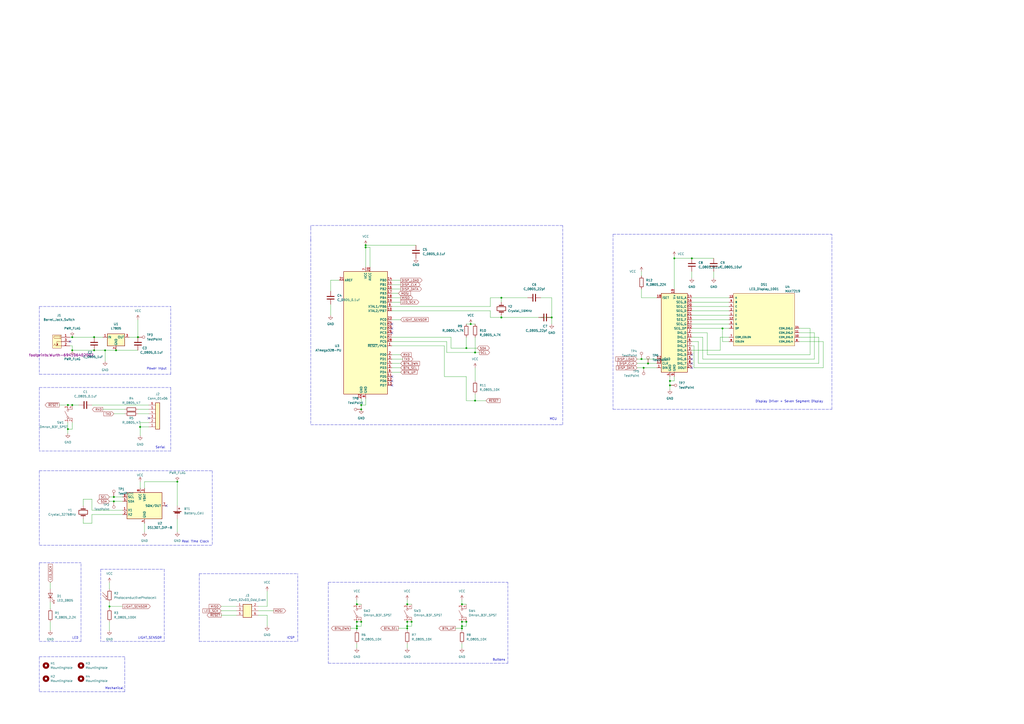
<source format=kicad_sch>
(kicad_sch (version 20211123) (generator eeschema)
  (paper "A2")
  (junction (at 238.76 360.68))
  (junction (at 60.96 203.2))
  (junction (at 270.51 201.93))
  (junction (at 320.04 184.15))
  (junction (at 212.09 143.51))
  (junction (at 67.31 203.2))
  (junction (at 273.05 187.96))
  (junction (at 41.91 195.58))
  (junction (at 236.22 360.68))
  (junction (at 66.04 288.29))
  (junction (at 209.55 237.49))
  (junction (at 236.22 364.49))
  (junction (at 39.37 234.95))
  (junction (at 388.62 223.52))
  (junction (at 207.01 364.49))
  (junction (at 275.59 204.47))
  (junction (at 80.01 195.58))
  (junction (at 207.01 350.52))
  (junction (at 391.16 149.86))
  (junction (at 63.5 351.79))
  (junction (at 290.83 184.15))
  (junction (at 209.55 234.95))
  (junction (at 267.97 360.68))
  (junction (at 290.83 172.72))
  (junction (at 267.97 363.22))
  (junction (at 372.11 208.28))
  (junction (at 207.01 363.22))
  (junction (at 66.04 290.83))
  (junction (at 41.91 203.2))
  (junction (at 267.97 364.49))
  (junction (at 54.61 203.2))
  (junction (at 419.1 190.5))
  (junction (at 207.01 360.68))
  (junction (at 41.91 234.95))
  (junction (at 375.92 210.82))
  (junction (at 270.51 360.68))
  (junction (at 388.62 220.98))
  (junction (at 54.61 195.58))
  (junction (at 267.97 350.52))
  (junction (at 209.55 360.68))
  (junction (at 39.37 248.92))
  (junction (at 81.28 247.65))
  (junction (at 102.87 279.4))
  (junction (at 236.22 350.52))
  (junction (at 373.38 213.36))
  (junction (at 236.22 363.22))
  (junction (at 275.59 232.41))
  (junction (at 212.09 142.24))
  (junction (at 401.32 149.86))
  (no_connect (at 40.64 198.12))
  (no_connect (at 401.32 213.36))
  (no_connect (at 401.32 205.74))
  (no_connect (at 401.32 208.28))
  (no_connect (at 401.32 210.82))
  (no_connect (at 86.36 242.57))
  (no_connect (at 227.33 190.5))
  (no_connect (at 227.33 193.04))
  (no_connect (at 227.33 187.96))
  (no_connect (at 96.52 293.37))
  (no_connect (at 227.33 218.44))
  (no_connect (at 227.33 220.98))
  (no_connect (at 227.33 223.52))
  (polyline (pts (xy 22.86 401.32) (xy 72.39 401.32)))
  (wire (pts (xy 388.62 220.98) (xy 388.62 223.52)))
  (polyline (pts (xy 22.86 381) (xy 22.86 401.32)))
  (wire (pts (xy 320.04 184.15) (xy 320.04 187.96)))
  (wire (pts (xy 410.21 205.74) (xy 410.21 193.04)))
  (wire (pts (xy 212.09 143.51) (xy 212.09 154.94)))
  (wire (pts (xy 474.98 210.82) (xy 405.13 210.82)))
  (wire (pts (xy 372.11 157.48) (xy 372.11 160.02)))
  (wire (pts (xy 422.91 195.58) (xy 417.83 195.58)))
  (wire (pts (xy 74.93 195.58) (xy 80.01 195.58)))
  (wire (pts (xy 401.32 187.96) (xy 422.91 187.96)))
  (polyline (pts (xy 22.86 224.79) (xy 99.06 224.79)))
  (wire (pts (xy 212.09 142.24) (xy 212.09 143.51)))
  (wire (pts (xy 54.61 203.2) (xy 60.96 203.2)))
  (wire (pts (xy 227.33 167.64) (xy 232.41 167.64)))
  (wire (pts (xy 154.94 351.79) (xy 154.94 342.9)))
  (wire (pts (xy 472.44 193.04) (xy 472.44 208.28)))
  (wire (pts (xy 39.37 245.11) (xy 39.37 248.92)))
  (wire (pts (xy 227.33 198.12) (xy 259.08 198.12)))
  (wire (pts (xy 81.28 279.4) (xy 81.28 283.21)))
  (wire (pts (xy 231.14 364.49) (xy 236.22 364.49)))
  (wire (pts (xy 34.29 234.95) (xy 39.37 234.95)))
  (polyline (pts (xy 46.99 372.11) (xy 46.99 326.39)))
  (wire (pts (xy 236.22 350.52) (xy 238.76 350.52)))
  (wire (pts (xy 270.51 187.96) (xy 273.05 187.96)))
  (wire (pts (xy 469.9 205.74) (xy 410.21 205.74)))
  (wire (pts (xy 238.76 360.68) (xy 238.76 363.22)))
  (wire (pts (xy 372.11 167.64) (xy 372.11 172.72)))
  (wire (pts (xy 48.26 289.56) (xy 48.26 293.37)))
  (wire (pts (xy 419.1 190.5) (xy 419.1 198.12)))
  (wire (pts (xy 39.37 234.95) (xy 41.91 234.95)))
  (polyline (pts (xy 115.57 332.74) (xy 115.57 372.11)))
  (wire (pts (xy 207.01 364.49) (xy 207.01 363.22)))
  (wire (pts (xy 401.32 175.26) (xy 422.91 175.26)))
  (wire (pts (xy 227.33 177.8) (xy 284.48 177.8)))
  (wire (pts (xy 270.51 195.58) (xy 270.51 201.93)))
  (wire (pts (xy 284.48 184.15) (xy 290.83 184.15)))
  (polyline (pts (xy 95.25 330.2) (xy 95.25 372.11)))
  (wire (pts (xy 81.28 247.65) (xy 81.28 245.11)))
  (wire (pts (xy 463.55 195.58) (xy 474.98 195.58)))
  (polyline (pts (xy 22.86 381) (xy 72.39 381)))
  (wire (pts (xy 83.82 303.53) (xy 83.82 308.61)))
  (polyline (pts (xy 180.34 130.81) (xy 180.34 132.08)))
  (wire (pts (xy 207.01 365.76) (xy 207.01 364.49)))
  (wire (pts (xy 369.57 210.82) (xy 375.92 210.82)))
  (wire (pts (xy 39.37 248.92) (xy 41.91 248.92)))
  (wire (pts (xy 313.69 184.15) (xy 320.04 184.15)))
  (wire (pts (xy 391.16 149.86) (xy 401.32 149.86)))
  (wire (pts (xy 410.21 193.04) (xy 401.32 193.04)))
  (wire (pts (xy 261.62 201.93) (xy 270.51 201.93)))
  (wire (pts (xy 63.5 351.79) (xy 71.12 351.79)))
  (wire (pts (xy 388.62 218.44) (xy 388.62 220.98)))
  (polyline (pts (xy 22.86 326.39) (xy 46.99 326.39)))
  (wire (pts (xy 102.87 279.4) (xy 102.87 293.37)))
  (wire (pts (xy 128.27 354.33) (xy 137.16 354.33)))
  (wire (pts (xy 267.97 360.68) (xy 267.97 363.22)))
  (polyline (pts (xy 123.19 273.05) (xy 123.19 316.23)))
  (wire (pts (xy 149.86 354.33) (xy 158.75 354.33)))
  (wire (pts (xy 259.08 204.47) (xy 275.59 204.47)))
  (wire (pts (xy 401.32 172.72) (xy 422.91 172.72)))
  (polyline (pts (xy 22.86 177.8) (xy 22.86 217.17)))
  (wire (pts (xy 463.55 190.5) (xy 469.9 190.5)))
  (wire (pts (xy 81.28 245.11) (xy 86.36 245.11)))
  (wire (pts (xy 227.33 205.74) (xy 232.41 205.74)))
  (polyline (pts (xy 58.42 330.2) (xy 95.25 330.2)))
  (wire (pts (xy 236.22 363.22) (xy 236.22 364.49)))
  (polyline (pts (xy 22.86 316.23) (xy 123.19 316.23)))
  (polyline (pts (xy 190.5 384.81) (xy 294.64 384.81)))
  (wire (pts (xy 417.83 203.2) (xy 401.32 203.2)))
  (polyline (pts (xy 180.34 132.08) (xy 180.34 246.38)))
  (wire (pts (xy 477.52 213.36) (xy 477.52 198.12)))
  (wire (pts (xy 391.16 218.44) (xy 391.16 220.98)))
  (wire (pts (xy 209.55 234.95) (xy 212.09 234.95)))
  (wire (pts (xy 284.48 180.34) (xy 284.48 184.15)))
  (wire (pts (xy 388.62 223.52) (xy 388.62 226.06)))
  (wire (pts (xy 53.34 303.53) (xy 48.26 303.53)))
  (wire (pts (xy 63.5 351.79) (xy 63.5 353.06)))
  (wire (pts (xy 369.57 213.36) (xy 373.38 213.36)))
  (wire (pts (xy 212.09 231.14) (xy 212.09 234.95)))
  (wire (pts (xy 270.51 218.44) (xy 270.51 232.41)))
  (wire (pts (xy 227.33 162.56) (xy 232.41 162.56)))
  (polyline (pts (xy 190.5 337.82) (xy 190.5 384.81)))
  (wire (pts (xy 227.33 165.1) (xy 232.41 165.1)))
  (wire (pts (xy 154.94 356.87) (xy 154.94 363.22)))
  (polyline (pts (xy 99.06 224.79) (xy 99.06 261.62)))
  (polyline (pts (xy 22.86 224.79) (xy 22.86 261.62)))
  (wire (pts (xy 60.96 203.2) (xy 60.96 209.55)))
  (wire (pts (xy 313.69 172.72) (xy 320.04 172.72)))
  (wire (pts (xy 414.02 157.48) (xy 414.02 161.29)))
  (wire (pts (xy 60.96 203.2) (xy 67.31 203.2)))
  (wire (pts (xy 48.26 300.99) (xy 48.26 303.53)))
  (wire (pts (xy 41.91 245.11) (xy 41.91 248.92)))
  (wire (pts (xy 66.04 240.03) (xy 72.39 240.03)))
  (polyline (pts (xy 294.64 384.81) (xy 294.64 337.82)))
  (wire (pts (xy 320.04 172.72) (xy 320.04 184.15)))
  (wire (pts (xy 227.33 180.34) (xy 284.48 180.34)))
  (wire (pts (xy 209.55 360.68) (xy 209.55 363.22)))
  (wire (pts (xy 290.83 172.72) (xy 306.07 172.72)))
  (wire (pts (xy 422.91 198.12) (xy 419.1 198.12)))
  (wire (pts (xy 227.33 175.26) (xy 232.41 175.26)))
  (wire (pts (xy 63.5 290.83) (xy 66.04 290.83)))
  (wire (pts (xy 375.92 210.82) (xy 381 210.82)))
  (wire (pts (xy 227.33 210.82) (xy 232.41 210.82)))
  (wire (pts (xy 207.01 373.38) (xy 207.01 375.92)))
  (wire (pts (xy 391.16 149.86) (xy 391.16 167.64)))
  (polyline (pts (xy 99.06 217.17) (xy 99.06 177.8)))
  (wire (pts (xy 41.91 234.95) (xy 45.72 234.95)))
  (wire (pts (xy 290.83 184.15) (xy 312.42 184.15)))
  (wire (pts (xy 66.04 288.29) (xy 71.12 288.29)))
  (wire (pts (xy 63.5 288.29) (xy 66.04 288.29)))
  (wire (pts (xy 405.13 210.82) (xy 405.13 198.12)))
  (wire (pts (xy 275.59 232.41) (xy 281.94 232.41)))
  (wire (pts (xy 259.08 198.12) (xy 259.08 204.47)))
  (wire (pts (xy 402.59 213.36) (xy 477.52 213.36)))
  (wire (pts (xy 40.64 195.58) (xy 41.91 195.58)))
  (wire (pts (xy 267.97 363.22) (xy 267.97 364.49)))
  (polyline (pts (xy 22.86 372.11) (xy 46.99 372.11)))
  (wire (pts (xy 419.1 190.5) (xy 401.32 190.5)))
  (wire (pts (xy 267.97 364.49) (xy 267.97 365.76)))
  (wire (pts (xy 149.86 356.87) (xy 154.94 356.87)))
  (wire (pts (xy 270.51 363.22) (xy 267.97 363.22)))
  (wire (pts (xy 391.16 220.98) (xy 388.62 220.98)))
  (wire (pts (xy 227.33 215.9) (xy 232.41 215.9)))
  (wire (pts (xy 405.13 198.12) (xy 401.32 198.12)))
  (wire (pts (xy 63.5 360.68) (xy 63.5 365.76)))
  (wire (pts (xy 401.32 200.66) (xy 402.59 200.66)))
  (wire (pts (xy 402.59 200.66) (xy 402.59 213.36)))
  (wire (pts (xy 227.33 170.18) (xy 231.14 170.18)))
  (wire (pts (xy 469.9 190.5) (xy 469.9 205.74)))
  (wire (pts (xy 80.01 185.42) (xy 80.01 195.58)))
  (polyline (pts (xy 326.39 130.81) (xy 180.34 130.81)))
  (wire (pts (xy 53.34 295.91) (xy 53.34 289.56)))
  (wire (pts (xy 41.91 203.2) (xy 54.61 203.2)))
  (wire (pts (xy 372.11 208.28) (xy 381 208.28)))
  (wire (pts (xy 227.33 213.36) (xy 232.41 213.36)))
  (polyline (pts (xy 99.06 261.62) (xy 22.86 261.62)))
  (wire (pts (xy 53.34 289.56) (xy 48.26 289.56)))
  (wire (pts (xy 66.04 290.83) (xy 71.12 290.83)))
  (wire (pts (xy 236.22 360.68) (xy 236.22 363.22)))
  (wire (pts (xy 267.97 360.68) (xy 270.51 360.68)))
  (wire (pts (xy 290.83 172.72) (xy 290.83 175.26)))
  (wire (pts (xy 81.28 252.73) (xy 81.28 247.65)))
  (wire (pts (xy 67.31 203.2) (xy 80.01 203.2)))
  (wire (pts (xy 236.22 364.49) (xy 236.22 365.76)))
  (wire (pts (xy 227.33 200.66) (xy 257.81 200.66)))
  (wire (pts (xy 149.86 351.79) (xy 154.94 351.79)))
  (polyline (pts (xy 115.57 332.74) (xy 172.72 332.74)))
  (wire (pts (xy 80.01 237.49) (xy 86.36 237.49)))
  (wire (pts (xy 227.33 185.42) (xy 232.41 185.42)))
  (wire (pts (xy 71.12 298.45) (xy 53.34 298.45)))
  (polyline (pts (xy 115.57 372.11) (xy 172.72 372.11)))
  (polyline (pts (xy 22.86 326.39) (xy 22.86 372.11)))
  (wire (pts (xy 401.32 182.88) (xy 422.91 182.88)))
  (wire (pts (xy 191.77 162.56) (xy 191.77 168.91)))
  (wire (pts (xy 227.33 172.72) (xy 232.41 172.72)))
  (wire (pts (xy 54.61 195.58) (xy 59.69 195.58)))
  (wire (pts (xy 207.01 350.52) (xy 209.55 350.52)))
  (wire (pts (xy 203.2 364.49) (xy 207.01 364.49)))
  (polyline (pts (xy 22.86 273.05) (xy 123.19 273.05)))
  (polyline (pts (xy 22.86 217.17) (xy 99.06 217.17)))
  (wire (pts (xy 209.55 231.14) (xy 209.55 234.95)))
  (wire (pts (xy 63.5 349.25) (xy 63.5 351.79)))
  (polyline (pts (xy 190.5 337.82) (xy 294.64 337.82)))
  (wire (pts (xy 463.55 193.04) (xy 472.44 193.04)))
  (wire (pts (xy 257.81 218.44) (xy 270.51 218.44)))
  (wire (pts (xy 102.87 300.99) (xy 102.87 308.61)))
  (wire (pts (xy 83.82 283.21) (xy 83.82 279.4)))
  (polyline (pts (xy 22.86 273.05) (xy 22.86 316.23)))
  (wire (pts (xy 236.22 347.98) (xy 236.22 350.52)))
  (polyline (pts (xy 482.6 237.49) (xy 482.6 135.89)))
  (wire (pts (xy 401.32 180.34) (xy 422.91 180.34)))
  (wire (pts (xy 41.91 195.58) (xy 54.61 195.58)))
  (wire (pts (xy 41.91 200.66) (xy 41.91 203.2)))
  (wire (pts (xy 39.37 248.92) (xy 39.37 251.46)))
  (wire (pts (xy 401.32 177.8) (xy 422.91 177.8)))
  (polyline (pts (xy 326.39 246.38) (xy 326.39 130.81)))
  (wire (pts (xy 472.44 208.28) (xy 407.67 208.28)))
  (polyline (pts (xy 72.39 401.32) (xy 72.39 381)))
  (wire (pts (xy 207.01 347.98) (xy 207.01 350.52)))
  (wire (pts (xy 373.38 213.36) (xy 381 213.36)))
  (wire (pts (xy 236.22 360.68) (xy 238.76 360.68)))
  (wire (pts (xy 422.91 190.5) (xy 419.1 190.5)))
  (wire (pts (xy 284.48 172.72) (xy 290.83 172.72)))
  (wire (pts (xy 401.32 157.48) (xy 401.32 161.29)))
  (wire (pts (xy 270.51 360.68) (xy 270.51 363.22)))
  (polyline (pts (xy 355.6 135.89) (xy 482.6 135.89)))
  (wire (pts (xy 191.77 176.53) (xy 191.77 182.88)))
  (wire (pts (xy 238.76 363.22) (xy 236.22 363.22)))
  (wire (pts (xy 83.82 279.4) (xy 102.87 279.4)))
  (wire (pts (xy 81.28 247.65) (xy 86.36 247.65)))
  (wire (pts (xy 369.57 208.28) (xy 372.11 208.28)))
  (wire (pts (xy 59.69 237.49) (xy 72.39 237.49)))
  (wire (pts (xy 401.32 185.42) (xy 422.91 185.42)))
  (wire (pts (xy 275.59 204.47) (xy 278.13 204.47)))
  (polyline (pts (xy 58.42 330.2) (xy 58.42 372.11)))
  (wire (pts (xy 275.59 195.58) (xy 275.59 204.47)))
  (wire (pts (xy 128.27 356.87) (xy 137.16 356.87)))
  (wire (pts (xy 207.01 360.68) (xy 207.01 363.22)))
  (wire (pts (xy 284.48 177.8) (xy 284.48 172.72)))
  (wire (pts (xy 267.97 373.38) (xy 267.97 375.92)))
  (wire (pts (xy 207.01 363.22) (xy 209.55 363.22)))
  (wire (pts (xy 257.81 200.66) (xy 257.81 218.44)))
  (wire (pts (xy 29.21 360.68) (xy 29.21 365.76)))
  (wire (pts (xy 381 172.72) (xy 372.11 172.72)))
  (wire (pts (xy 227.33 195.58) (xy 261.62 195.58)))
  (wire (pts (xy 267.97 347.98) (xy 267.97 350.52)))
  (polyline (pts (xy 22.86 177.8) (xy 99.06 177.8)))
  (wire (pts (xy 227.33 208.28) (xy 233.68 208.28)))
  (wire (pts (xy 407.67 195.58) (xy 401.32 195.58)))
  (wire (pts (xy 261.62 195.58) (xy 261.62 201.93)))
  (wire (pts (xy 29.21 349.25) (xy 29.21 353.06)))
  (wire (pts (xy 275.59 213.36) (xy 275.59 220.98)))
  (wire (pts (xy 290.83 182.88) (xy 290.83 184.15)))
  (wire (pts (xy 270.51 201.93) (xy 276.86 201.93)))
  (polyline (pts (xy 95.25 372.11) (xy 58.42 372.11)))
  (wire (pts (xy 474.98 195.58) (xy 474.98 210.82)))
  (wire (pts (xy 207.01 360.68) (xy 209.55 360.68)))
  (wire (pts (xy 417.83 195.58) (xy 417.83 203.2)))
  (wire (pts (xy 236.22 373.38) (xy 236.22 375.92)))
  (wire (pts (xy 63.5 337.82) (xy 63.5 341.63)))
  (wire (pts (xy 264.16 364.49) (xy 267.97 364.49)))
  (wire (pts (xy 53.34 298.45) (xy 53.34 303.53)))
  (wire (pts (xy 71.12 295.91) (xy 53.34 295.91)))
  (wire (pts (xy 212.09 142.24) (xy 241.3 142.24)))
  (polyline (pts (xy 355.6 237.49) (xy 482.6 237.49)))
  (polyline (pts (xy 180.34 246.38) (xy 326.39 246.38)))
  (wire (pts (xy 53.34 234.95) (xy 86.36 234.95)))
  (wire (pts (xy 270.51 232.41) (xy 275.59 232.41)))
  (wire (pts (xy 80.01 240.03) (xy 86.36 240.03)))
  (wire (pts (xy 40.64 200.66) (xy 41.91 200.66)))
  (polyline (pts (xy 172.72 372.11) (xy 172.72 332.74)))
  (wire (pts (xy 273.05 187.96) (xy 275.59 187.96)))
  (wire (pts (xy 29.21 337.82) (xy 29.21 341.63)))
  (wire (pts (xy 214.63 154.94) (xy 214.63 143.51)))
  (wire (pts (xy 401.32 149.86) (xy 414.02 149.86)))
  (wire (pts (xy 275.59 228.6) (xy 275.59 232.41)))
  (wire (pts (xy 477.52 198.12) (xy 463.55 198.12)))
  (wire (pts (xy 214.63 143.51) (xy 212.09 143.51)))
  (wire (pts (xy 407.67 208.28) (xy 407.67 195.58)))
  (wire (pts (xy 391.16 148.59) (xy 391.16 149.86)))
  (wire (pts (xy 128.27 351.79) (xy 137.16 351.79)))
  (polyline (pts (xy 355.6 135.89) (xy 355.6 237.49)))
  (wire (pts (xy 267.97 350.52) (xy 270.51 350.52)))
  (wire (pts (xy 209.55 234.95) (xy 209.55 237.49)))
  (polyline (pts (xy 180.34 138.43) (xy 180.34 139.7)))
  (wire (pts (xy 196.85 162.56) (xy 191.77 162.56)))
  (text "Serial" (at 90.17 260.35 0) (effects (font (size 1.27 1.27)) (justify left bottom)))
  (text "Power Input" (at 85.09 214.63 0) (effects (font (size 1.27 1.27)) (justify left bottom)))
  (text "ICSP" (at 166.37 370.84 0) (effects (font (size 1.27 1.27)) (justify left bottom)))
  (text "LIGHT_SENSOR" (at 80.01 370.84 0) (effects (font (size 1.27 1.27)) (justify left bottom)))
  (text "LED" (at 41.91 370.84 0) (effects (font (size 1.27 1.27)) (justify left bottom)))
  (text "Mechanical" (at 60.96 400.05 0) (effects (font (size 1.27 1.27)) (justify left bottom)))
  (text "Display Driver + Seven Segment Display" (at 438.15 233.68 0) (effects (font (size 1.27 1.27)) (justify left bottom)))
  (text "Real Time Clock" (at 105.41 314.96 0) (effects (font (size 1.27 1.27)) (justify left bottom)))
  (text "Buttons" (at 285.75 383.54 0) (effects (font (size 1.27 1.27)) (justify left bottom)))
  (text "MCU" (at 318.77 243.84 0) (effects (font (size 1.27 1.27)) (justify left bottom)))
  (global_label "MISO" (shape output) (at 232.41 172.72 0) (property "Intersheet References" "${INTERSHEET_REFS}" (effects hide)))
  (global_label "MOSI" (shape input) (at 231.14 170.18 0) (property "Intersheet References" "${INTERSHEET_REFS}" (effects hide)))
  (global_label "RXD" (shape input) (at 232.41 205.74 0) (property "Intersheet References" "${INTERSHEET_REFS}" (effects hide)))
  (global_label "SCL" (shape input) (at 63.5 288.29 180) (property "Intersheet References" "${INTERSHEET_REFS}" (effects hide)))
  (global_label "BTN_DWN" (shape input) (at 232.41 210.82 0) (property "Intersheet References" "${INTERSHEET_REFS}" (effects hide)))
  (global_label "BTN_SEL" (shape input) (at 232.41 213.36 0) (property "Intersheet References" "${INTERSHEET_REFS}" (effects hide)))
  (global_label "DISP_CLK" (shape output) (at 232.41 165.1 0) (property "Intersheet References" "${INTERSHEET_REFS}" (effects hide)))
  (global_label "DISP_DATA" (shape output) (at 232.41 167.64 0) (property "Intersheet References" "${INTERSHEET_REFS}" (effects hide)))
  (global_label "BTN_DWN" (shape output) (at 203.2 364.49 180) (property "Intersheet References" "${INTERSHEET_REFS}" (effects hide)))
  (global_label "~{RESET}" (shape input) (at 281.94 232.41 0) (property "Intersheet References" "${INTERSHEET_REFS}" (effects hide)))
  (global_label "LIGHT_SENSOR" (shape output) (at 71.12 351.79 0) (property "Intersheet References" "${INTERSHEET_REFS}" (effects hide)))
  (global_label "LED_SCK" (shape output) (at 232.41 175.26 0) (property "Intersheet References" "${INTERSHEET_REFS}" (effects hide)))
  (global_label "TXD" (shape output) (at 233.68 208.28 0) (property "Intersheet References" "${INTERSHEET_REFS}" (effects hide)))
  (global_label "~{RESET}" (shape output) (at 34.29 234.95 180) (property "Intersheet References" "${INTERSHEET_REFS}" (effects hide)))
  (global_label "TXD" (shape input) (at 66.04 240.03 180) (property "Intersheet References" "${INTERSHEET_REFS}" (effects hide)))
  (global_label "SCL" (shape output) (at 278.13 204.47 0) (property "Intersheet References" "${INTERSHEET_REFS}" (effects hide)))
  (global_label "DISP_LOAD" (shape output) (at 232.41 162.56 0) (property "Intersheet References" "${INTERSHEET_REFS}" (effects hide)))
  (global_label "BTN_UP" (shape input) (at 232.41 215.9 0) (property "Intersheet References" "${INTERSHEET_REFS}" (effects hide)))
  (global_label "DISP_CLK" (shape input) (at 369.57 210.82 180) (property "Intersheet References" "${INTERSHEET_REFS}" (effects hide)))
  (global_label "SDA" (shape bidirectional) (at 276.86 201.93 0) (property "Intersheet References" "${INTERSHEET_REFS}" (effects hide)))
  (global_label "LED_SCK" (shape input) (at 128.27 354.33 180) (property "Intersheet References" "${INTERSHEET_REFS}" (effects hide)))
  (global_label "LED_SCK" (shape input) (at 29.21 337.82 90) (property "Intersheet References" "${INTERSHEET_REFS}" (effects hide)))
  (global_label "MOSI" (shape output) (at 158.75 354.33 0) (property "Intersheet References" "${INTERSHEET_REFS}" (effects hide)))
  (global_label "BTN_UP" (shape output) (at 264.16 364.49 180) (property "Intersheet References" "${INTERSHEET_REFS}" (effects hide)))
  (global_label "DISP_LOAD" (shape input) (at 369.57 208.28 180) (property "Intersheet References" "${INTERSHEET_REFS}" (effects hide)))
  (global_label "BTN_SEL" (shape output) (at 231.14 364.49 180) (property "Intersheet References" "${INTERSHEET_REFS}" (effects hide)))
  (global_label "RXD" (shape output) (at 59.69 237.49 180) (property "Intersheet References" "${INTERSHEET_REFS}" (effects hide)))
  (global_label "LIGHT_SENSOR" (shape input) (at 232.41 185.42 0) (property "Intersheet References" "${INTERSHEET_REFS}" (effects hide)))
  (global_label "~{RESET}" (shape output) (at 128.27 356.87 180) (property "Intersheet References" "${INTERSHEET_REFS}" (effects hide)))
  (global_label "MISO" (shape input) (at 128.27 351.79 180) (property "Intersheet References" "${INTERSHEET_REFS}" (effects hide)))
  (global_label "DISP_DATA" (shape input) (at 369.57 213.36 180) (property "Intersheet References" "${INTERSHEET_REFS}" (effects hide)))
  (global_label "SDA" (shape bidirectional) (at 63.5 290.83 180) (property "Intersheet References" "${INTERSHEET_REFS}" (effects hide)))
  (symbol (lib_id "HPS:GND") (at 63.5 365.76 0) (unit 1)
    (property "Reference" "#PWR05" (effects hide))
    (property "Value" "GND" (at 63.5 370.84 0))
  )
  (symbol (lib_id "HPS:TestPoint") (at 375.92 210.82 0) (unit 1)
    (property "Reference" "TP6" (at 378.46 206.2479 0) (effects (justify left)))
    (property "Value" "TestPoint" (at 378.46 208.7879 0) (effects (justify left)))
    (property "Footprint" "footprints:TestPoint_THTPad_D2.0mm_Drill1.0mm" (effects hide))
  )
  (symbol (lib_id "HPS:LED_0805") (at 29.21 345.44 90) (unit 1)
    (property "Reference" "D1" (at 33.02 345.7701 90) (effects (justify right)))
    (property "Value" "LED_0805" (at 33.02 348.3101 90) (effects (justify right)))
    (property "Footprint" "footprints:LED_0805_2012Metric" (effects hide))
    (property "Datasheet" "https://www.we-online.de/katalog/datasheet/150080RS75000.pdf" (effects hide))
    (property "MFG" "Würth Elektronik" (effects hide))
    (property "MPN" "150080RS75000" (effects hide))
    (property "Digikey PN" "732-4984-1-ND" (effects hide))
    (property "Mouser PN" "N/A" (effects hide))
  )
  (symbol (lib_id "HPS:VCC") (at 391.16 148.59 0) (unit 1)
    (property "Reference" "#PWR034" (effects hide))
    (property "Value" "VCC" (at 394.97 147.32 0))
  )
  (symbol (lib_id "HPS:Omron_B3F_SPST") (at 236.22 355.6 90) (unit 1)
    (property "Reference" "SW3" (at 240.03 354.3299 90) (effects (justify right)))
    (property "Value" "Omron_B3F_SPST" (at 240.03 356.8699 90) (effects (justify right)))
    (property "Footprint" "footprints:SW_SPST_Omron_B3FS-100xP" (effects hide))
    (property "Datasheet" "https://omronfs.omron.com/en_US/ecb/products/pdf/en-b3fs.pdf" (effects hide))
    (property "MFG" "Omron Electronics Inc-EMC Div" (effects hide))
    (property "MPN" "B3FS-1000P" (effects hide))
    (property "Digikey PN" "SW423CT-ND" (effects hide))
    (property "Mouser PN" "N/A" (effects hide))
  )
  (symbol (lib_id "HPS:GND") (at 29.21 365.76 0) (unit 1)
    (property "Reference" "#PWR01" (effects hide))
    (property "Value" "GND" (at 29.21 370.84 0))
  )
  (symbol (lib_id "HPS:GND") (at 388.62 226.06 0) (unit 1)
    (property "Reference" "#PWR033" (effects hide))
    (property "Value" "GND" (at 388.62 231.14 0))
  )
  (symbol (lib_id "HPS:GND") (at 209.55 237.49 0) (unit 1)
    (property "Reference" "#PWR019" (effects hide))
    (property "Value" "GND" (at 209.55 242.57 0))
  )
  (symbol (lib_id "HPS:R_0805_2.2K") (at 29.21 356.87 0) (unit 1)
    (property "Reference" "R1" (at 31.75 355.5999 0) (effects (justify left)))
    (property "Value" "R_0805_2.2K" (at 31.75 358.1399 0) (effects (justify left)))
    (property "Footprint" "footprints:R_0805_2012Metric" (effects hide))
    (property "Datasheet" "https://www.digikey.com/en/products/detail/yageo/RC0805FR-072K2L/727676" (effects hide))
    (property "MFG" "N/A" (effects hide))
    (property "MPN" "N/A" (effects hide))
    (property "Digikey PN" "311-2.20KCRCT-ND" (effects hide))
    (property "Mouser PN" "N/A" (effects hide))
    (property "Power" "N/A" (effects hide))
    (property "Tolerance" "N/A" (effects hide))
  )
  (symbol (lib_id "HPS:VCC") (at 154.94 342.9 0) (unit 1)
    (property "Reference" "#PWR014" (effects hide))
    (property "Value" "VCC" (at 154.94 337.82 0))
  )
  (symbol (lib_id "HPS:MountingHole") (at 46.99 386.08 0) (unit 1)
    (property "Reference" "H3" (at 49.53 384.8099 0) (effects (justify left)))
    (property "Value" "MountingHole" (at 49.53 387.3499 0) (effects (justify left)))
    (property "Footprint" "footprints:MountingHole_3.2mm_M3" (effects hide))
  )
  (symbol (lib_id "HPS:GND") (at 207.01 375.92 0) (unit 1)
    (property "Reference" "#PWR018" (effects hide))
    (property "Value" "GND" (at 207.01 381 0))
  )
  (symbol (lib_id "HPS:Crystal_32768Hz") (at 48.26 297.18 270) (unit 1)
    (property "Reference" "Y1" (at 39.37 295.91 90) (effects (justify left)))
    (property "Value" "Crystal_32768Hz" (at 27.94 298.45 90) (effects (justify left)))
    (property "Footprint" "footprints:Crystal_SMD_2Pin_3.2x1.5mm" (effects hide))
    (property "Datasheet" "https://www.jauch.com/downloadfile/57fde22d50dbf_d3c203011c87952f2834/jtx310-auto-2-210512.pdf" (effects hide))
    (property "MFG" "Jauch Quartz" (effects hide))
    (property "MPN" "Q 0,032768-JTX310-12,5-20-T1-HMR-50K-LF" (effects hide))
    (property "Digikey PN" "1908-1314-1-ND" (effects hide))
    (property "Mouser PN" "N/A" (effects hide))
  )
  (symbol (lib_id "HPS:Omron_B3F_SPST") (at 267.97 355.6 90) (unit 1)
    (property "Reference" "SW4" (at 271.78 354.3299 90) (effects (justify right)))
    (property "Value" "Omron_B3F_SPST" (at 271.78 356.8699 90) (effects (justify right)))
    (property "Footprint" "footprints:SW_SPST_Omron_B3FS-100xP" (effects hide))
    (property "Datasheet" "https://omronfs.omron.com/en_US/ecb/products/pdf/en-b3fs.pdf" (effects hide))
    (property "MFG" "Omron Electronics Inc-EMC Div" (effects hide))
    (property "MPN" "B3FS-1000P" (effects hide))
    (property "Digikey PN" "SW423CT-ND" (effects hide))
    (property "Mouser PN" "N/A" (effects hide))
  )
  (symbol (lib_id "HPS:TestPoint") (at 373.38 213.36 0) (mirror x) (unit 1)
    (property "Reference" "TP5" (at 370.84 215.3919 0) (effects (justify right)))
    (property "Value" "TestPoint" (at 370.84 217.9319 0) (effects (justify right)))
    (property "Footprint" "footprints:TestPoint_THTPad_D2.0mm_Drill1.0mm" (effects hide))
  )
  (symbol (lib_id "HPS:R_0805_10K") (at 236.22 369.57 0) (unit 1)
    (property "Reference" "R7" (at 238.76 368.2999 0) (effects (justify left)))
    (property "Value" "R_0805_10K" (at 238.76 370.84 0) (effects (justify left)))
    (property "Footprint" "footprints:R_0805_2012Metric" (effects hide))
    (property "Datasheet" "https://www.digikey.com/en/products/detail/yageo/RC0805FR-0710KL/727535" (effects hide))
    (property "MFG" "Yageo" (effects hide))
    (property "MPN" "RC0805FR-0710KL" (effects hide))
    (property "Digikey PN" "311-10.0KCRCT-ND" (effects hide))
    (property "Mouser PN" "N/A" (effects hide))
    (property "Power" "N/A" (effects hide))
    (property "Tolerance" "N/A" (effects hide))
  )
  (symbol (lib_id "HPS:MountingHole") (at 26.67 386.08 0) (unit 1)
    (property "Reference" "H1" (at 29.21 384.8099 0) (effects (justify left)))
    (property "Value" "MountingHole" (at 29.21 387.3499 0) (effects (justify left)))
    (property "Footprint" "footprints:MountingHole_3.2mm_M3" (effects hide))
  )
  (symbol (lib_id "HPS:GND") (at 81.28 252.73 0) (unit 1)
    (property "Reference" "#PWR09" (effects hide))
    (property "Value" "GND" (at 81.28 257.81 0))
  )
  (symbol (lib_id "HPS:VCC") (at 236.22 347.98 0) (unit 1)
    (property "Reference" "#PWR021" (effects hide))
    (property "Value" "VCC" (at 236.22 342.9 0))
  )
  (symbol (lib_id "HPS:ATmega328-PU") (at 212.09 193.04 0) (unit 1)
    (property "Reference" "U3" (at 195.58 200.66 0))
    (property "Value" "ATmega328-PU" (at 190.5 203.2 0))
    (property "Footprint" "footprints:DIP-28_W7.62mm" (effects hide))
    (property "Datasheet" "http://www.microchip.com/mymicrochip/filehandler.aspx?ddocname=en608326" (effects hide))
    (property "MFG" "On Shore Technology Inc." (effects hide))
    (property "MPN" "ED281DT" (effects hide))
    (property "Digikey PN" "ED3050-5-ND" (effects hide))
    (property "Mouser PN" "N/A" (effects hide))
  )
  (symbol (lib_id "HPS:LED_Display_1001") (at 466.09 190.5 0) (mirror y) (unit 1)
    (property "Reference" "DS1" (at 443.23 165.1 0))
    (property "Value" "LED_Display_1001" (at 443.23 167.64 0))
    (property "Footprint" "footprints:Adafruit-1001-0-0-MFG" (effects hide))
    (property "Datasheet" "https://cdn-shop.adafruit.com/datasheets/1001datasheet.pdf" (effects hide))
    (property "automotive" "No" (effects hide))
    (property "category" "Disp" (effects hide))
    (property "device class L1" "Optoelectronics" (effects hide))
    (property "device class L2" "Displays" (effects hide))
    (property "device class L3" "LED Displays" (effects hide))
    (property "digikey description" "WHITE 7-SEGMENT CLOCK DISPLAY" (effects hide))
    (property "digikey part number" "1528-1513-ND" (effects hide))
    (property "display type" "LED" (effects hide))
    (property "element config" "Common Cathode" (effects hide))
    (property "forward current" "20mA" (effects hide))
    (property "forward voltage" "3.2V" (effects hide))
    (property "height" "8.25mm" (effects hide))
    (property "lead free" "Yes" (effects hide))
    (property "library id" "a002f1a2b35db532" (effects hide))
    (property "luminous intensity" "30mcd" (effects hide))
    (property "manufacturer" "Adafruit" (effects hide))
    (property "mouser description" "Adafruit Accessories White 7-segment Clock Display" (effects hide))
    (property "mouser part number" "485-1001" (effects hide))
    (property "package" "PTH_50MM2_19MM0" (effects hide))
    (property "power dissipation" "100mW" (effects hide))
    (property "reverse voltage" "5V" (effects hide))
    (property "rohs" "Yes" (effects hide))
    (property "temperature range high" "+80°C" (effects hide))
    (property "temperature range low" "-40°C" (effects hide))
    (property "test current" "20mA" (effects hide))
    (property "MFG" "Adafruit Industries LLC" (effects hide))
    (property "MPN" "1001" (effects hide))
    (property "Digikey PN" "1528-1513-ND" (effects hide))
    (property "Mouser PN" "N/A" (effects hide))
  )
  (symbol (lib_id "HPS:C_0805_22pf") (at 316.23 184.15 270) (unit 1)
    (property "Reference" "C7" (at 316.23 189.23 90))
    (property "Value" "C_0805_22pf" (at 311.15 191.77 90))
    (property "Footprint" "footprints:C_0805_2012Metric" (effects hide))
    (property "Datasheet" "https://www.yageo.com/upload/media/product/productsearch/datasheet/mlcc/UPY-GP_NP0_16V-to-50V_18.pdf" (effects hide))
    (property "MFG" "Yageo" (effects hide))
    (property "MPN" "CC0805JRNPO9BN220" (effects hide))
    (property "Digikey PN" "311-1103-1-ND" (effects hide))
    (property "Mouser PN" "N/A" (effects hide))
    (property "Voltage" "N/A" (effects hide))
    (property "Dielectric" "N/A" (effects hide))
    (property "Tolerance" "N/A" (effects hide))
  )
  (symbol (lib_id "HPS:TestPoint") (at 372.11 208.28 0) (mirror y) (unit 1)
    (property "Reference" "TP4" (at 369.57 203.7079 0) (effects (justify left)))
    (property "Value" "TestPoint" (at 369.57 206.2479 0) (effects (justify left)))
    (property "Footprint" "footprints:TestPoint_THTPad_D2.0mm_Drill1.0mm" (effects hide))
  )
  (symbol (lib_id "HPS:R_0805_100K") (at 63.5 356.87 0) (unit 1)
    (property "Reference" "R3" (at 66.04 355.5999 0) (effects (justify left)))
    (property "Value" "R_0805_100K" (at 66.04 358.1399 0) (effects (justify left)))
    (property "Footprint" "footprints:R_0805_2012Metric" (effects hide))
    (property "Datasheet" "https://www.digikey.com/en/products/detail/yageo/RC0805FR-07100KL/727544" (effects hide))
    (property "MFG" "Yageo" (effects hide))
    (property "MPN" "RC0805FR-07100KL" (effects hide))
    (property "Digikey PN" "311-100KCRCT-ND" (effects hide))
    (property "Mouser PN" "N/A" (effects hide))
    (property "Power" "N/A" (effects hide))
    (property "Tolerance" "N/A" (effects hide))
  )
  (symbol (lib_id "HPS:R_0805_4.7K") (at 270.51 191.77 0) (unit 1)
    (property "Reference" "R9" (at 265.43 189.23 0) (effects (justify left)))
    (property "Value" "R_0805_4.7K" (at 256.54 191.77 0) (effects (justify left)))
    (property "Footprint" "footprints:R_0805_2012Metric" (effects hide))
    (property "Datasheet" "https://www.digikey.com/en/products/detail/yageo/RC0805FR-074K7L/727929" (effects hide))
    (property "MFG" "Yageo" (effects hide))
    (property "MPN" "RC0805FR-074K7L" (effects hide))
    (property "Digikey PN" "311-4.70KCRCT-ND" (effects hide))
    (property "Mouser PN" "N/A" (effects hide))
    (property "Power" "N/A" (effects hide))
    (property "Tolerance" "N/A" (effects hide))
  )
  (symbol (lib_id "HPS:Crystal_16MHz") (at 290.83 179.07 270) (unit 1)
    (property "Reference" "Y2" (at 294.64 177.7999 90) (effects (justify left)))
    (property "Value" "Crystal_16MHz" (at 294.64 180.3399 90) (effects (justify left)))
    (property "Footprint" "footprints:Crystal_SMD_HC49-SD" (effects hide))
    (property "Datasheet" "https://ecsxtal.com/store/pdf/csm-7x-dn.pdf" (effects hide))
    (property "MFG" "ECS Inc." (effects hide))
    (property "MPN" "ECS-160-20-5PXDN-TR" (effects hide))
    (property "Digikey PN" "XC1299CT-ND" (effects hide))
    (property "Mouser PN" "N/A" (effects hide))
  )
  (symbol (lib_id "HPS:MAX7219") (at 391.16 193.04 0) (unit 1)
    (property "Reference" "U4" (at 455.4094 166.37 0) (effects (justify left)))
    (property "Value" "MAX7219" (at 455.4094 168.91 0) (effects (justify left)))
    (property "Footprint" "footprints:DIP-24_W7.62mm" (effects hide))
    (property "Datasheet" "https://datasheets.maximintegrated.com/en/ds/MAX7219-MAX7221.pdf" (effects hide))
    (property "MFG" "On Shore Technology Inc." (effects hide))
    (property "MPN" "ED241DT" (effects hide))
    (property "Digikey PN" "ED3049-5-ND" (effects hide))
    (property "Mouser PN" "N/A" (effects hide))
  )
  (symbol (lib_id "HPS:TestPoint") (at 66.04 288.29 0) (unit 1)
    (property "Reference" "TP1" (at 68.58 283.7179 0) (effects (justify left)))
    (property "Value" "TestPoint" (at 68.58 286.2579 0) (effects (justify left)))
    (property "Footprint" "footprints:TestPoint_THTPad_D2.0mm_Drill1.0mm" (effects hide))
  )
  (symbol (lib_id "HPS:PWR_FLAG") (at 41.91 195.58 0) (unit 1)
    (property "Reference" "#FLG01" (effects hide))
    (property "Value" "PWR_FLAG" (at 41.91 190.5 0))
  )
  (symbol (lib_id "HPS:PWR_FLAG") (at 102.87 279.4 0) (unit 1)
    (property "Reference" "#FLG03" (effects hide))
    (property "Value" "PWR_FLAG" (at 102.87 274.32 0))
  )
  (symbol (lib_id "HPS:VCC") (at 63.5 337.82 0) (unit 1)
    (property "Reference" "#PWR04" (effects hide))
    (property "Value" "VCC" (at 63.5 332.74 0))
  )
  (symbol (lib_id "HPS:VCC") (at 81.28 279.4 0) (unit 1)
    (property "Reference" "#PWR010" (effects hide))
    (property "Value" "VCC" (at 81.28 275.59 0))
  )
  (symbol (lib_id "HPS:Conn_01x06") (at 91.44 242.57 0) (mirror x) (unit 1)
    (property "Reference" "J2" (at 91.44 228.6 0))
    (property "Value" "Conn_01x06" (at 91.44 231.14 0))
    (property "Footprint" "footprints:PinHeader_1x06_P2.54mm_Vertical" (effects hide))
    (property "Datasheet" "https://www.we-online.de/katalog/datasheet/6130xx11121.pdf" (effects hide))
    (property "MFG" "Würth Elektronik" (effects hide))
    (property "MPN" "61300611121" (effects hide))
    (property "Digikey PN" "732-5319-ND" (effects hide))
    (property "Mouser PN" "N/A" (effects hide))
  )
  (symbol (lib_id "HPS:PhotoconductivePhotocell") (at 63.5 345.44 0) (unit 1)
    (property "Reference" "R2" (at 66.04 344.1699 0) (effects (justify left)))
    (property "Value" "PhotoconductivePhotocell" (at 66.04 346.7099 0) (effects (justify left)))
    (property "Footprint" "footprints:R_LDR_4.9x4.2mm_P2.54mm_Vertical" (effects hide))
    (property "Datasheet" "https://media.digikey.com/pdf/Data%20Sheets/Photonic%20Detetectors%20Inc%20PDFs/PDV-P8103.pdf" (effects hide))
    (property "MFG" "Advanced Photonix" (effects hide))
    (property "MPN" "PDV-P8103" (effects hide))
    (property "Digikey PN" "PDV-P8103-ND" (effects hide))
    (property "Mouser PN" "N/A" (effects hide))
    (property "Voltage" "N/A" (effects hide))
    (property "Dielectric" "N/A" (effects hide))
    (property "Tolerance" "N/A" (effects hide))
  )
  (symbol (lib_id "HPS:VCC") (at 207.01 347.98 0) (unit 1)
    (property "Reference" "#PWR017" (effects hide))
    (property "Value" "VCC" (at 207.01 342.9 0))
  )
  (symbol (lib_id "HPS:R_0805_10K") (at 275.59 224.79 0) (unit 1)
    (property "Reference" "R11" (at 278.13 223.5199 0) (effects (justify left)))
    (property "Value" "R_0805_10K" (at 278.13 226.0599 0) (effects (justify left)))
    (property "Footprint" "footprints:R_0805_2012Metric" (effects hide))
    (property "Datasheet" "https://www.digikey.com/en/products/detail/yageo/RC0805FR-0710KL/727535" (effects hide))
    (property "MFG" "Yageo" (effects hide))
    (property "MPN" "RC0805FR-0710KL" (effects hide))
    (property "Digikey PN" "311-10.0KCRCT-ND" (effects hide))
    (property "Mouser PN" "N/A" (effects hide))
    (property "Power" "N/A" (effects hide))
    (property "Tolerance" "N/A" (effects hide))
  )
  (symbol (lib_id "HPS:GND") (at 267.97 375.92 0) (unit 1)
    (property "Reference" "#PWR025" (effects hide))
    (property "Value" "GND" (at 267.97 381 0))
  )
  (symbol (lib_id "HPS:Battery_Cell") (at 102.87 298.45 0) (unit 1)
    (property "Reference" "BT1" (at 106.68 295.1479 0) (effects (justify left)))
    (property "Value" "Battery_Cell" (at 106.68 297.6879 0) (effects (justify left)))
    (property "Footprint" "footprints:BatteryHolder_Keystone_106_1x20mm" (effects hide))
    (property "Datasheet" "https://media.digikey.com/pdf/Data%20Sheets/Memory%20Protection%20PDFs/Coin_Cell_Guide.pdf" (effects hide))
    (property "MFG" "MPD (Memory Protection Devices)" (effects hide))
    (property "MPN" "BS-7" (effects hide))
    (property "Digikey PN" "BS-7-ND" (effects hide))
    (property "Mouser PN" "N/A" (effects hide))
  )
  (symbol (lib_id "HPS:C_0805_0.1uf") (at 191.77 172.72 0) (unit 1)
    (property "Reference" "C4" (at 195.58 171.4499 0) (effects (justify left)))
    (property "Value" "C_0805_0.1uf" (at 195.58 173.9899 0) (effects (justify left)))
    (property "Footprint" "footprints:C_0805_2012Metric" (effects hide))
    (property "Datasheet" "https://datasheets.avx.com/X7RDielectric.pdf" (effects hide))
    (property "MFG" "AVX Corporation" (effects hide))
    (property "MPN" "08055C104KAT2A" (effects hide))
    (property "Digikey PN" "478-1395-1-ND" (effects hide))
    (property "Mouser PN" "N/A" (effects hide))
    (property "Voltage" "N/A" (effects hide))
    (property "Dielectric" "N/A" (effects hide))
    (property "Tolerance" "N/A" (effects hide))
  )
  (symbol (lib_id "HPS:C_0805_22pf") (at 309.88 172.72 270) (unit 1)
    (property "Reference" "C6" (at 309.88 165.1 90))
    (property "Value" "C_0805_22pf" (at 309.88 167.64 90))
    (property "Footprint" "footprints:C_0805_2012Metric" (effects hide))
    (property "Datasheet" "https://www.yageo.com/upload/media/product/productsearch/datasheet/mlcc/UPY-GP_NP0_16V-to-50V_18.pdf" (effects hide))
    (property "MFG" "Yageo" (effects hide))
    (property "MPN" "CC0805JRNPO9BN220" (effects hide))
    (property "Digikey PN" "311-1103-1-ND" (effects hide))
    (property "Mouser PN" "N/A" (effects hide))
    (property "Voltage" "N/A" (effects hide))
    (property "Dielectric" "N/A" (effects hide))
    (property "Tolerance" "N/A" (effects hide))
  )
  (symbol (lib_id "HPS:C_0805_10uf") (at 414.02 153.67 0) (unit 1)
    (property "Reference" "C9" (at 417.83 152.3999 0) (effects (justify left)))
    (property "Value" "C_0805_10uf" (at 417.83 154.9399 0) (effects (justify left)))
    (property "Footprint" "footprints:C_0805_2012Metric" (effects hide))
    (property "Datasheet" "https://search.murata.co.jp/Ceramy/image/img/A01X/G101/ENG/GRM21BR61E106KA73-01.pdf" (effects hide))
    (property "MFG" "Murata Electronics" (effects hide))
    (property "MPN" "GRM21BR61E106KA73L" (effects hide))
    (property "Digikey PN" "490-5523-1-ND" (effects hide))
    (property "Mouser PN" "N/A" (effects hide))
    (property "Voltage" "N/A" (effects hide))
    (property "Dielectric" "N/A" (effects hide))
    (property "Tolerance" "N/A" (effects hide))
  )
  (symbol (lib_id "HPS:VCC") (at 212.09 142.24 0) (unit 1)
    (property "Reference" "#PWR020" (effects hide))
    (property "Value" "VCC" (at 212.09 137.16 0))
  )
  (symbol (lib_id "HPS:VCC") (at 267.97 347.98 0) (unit 1)
    (property "Reference" "#PWR024" (effects hide))
    (property "Value" "VCC" (at 267.97 342.9 0))
  )
  (symbol (lib_id "HPS:TestPoint") (at 66.04 290.83 0) (mirror x) (unit 1)
    (property "Reference" "TP2" (at 63.5 292.8619 0) (effects (justify right)))
    (property "Value" "TestPoint" (at 63.5 295.4019 0) (effects (justify right)))
    (property "Footprint" "footprints:TestPoint_THTPad_D2.0mm_Drill1.0mm" (effects hide))
  )
  (symbol (lib_id "HPS:PWR_FLAG") (at 41.91 203.2 0) (mirror x) (unit 1)
    (property "Reference" "#FLG02" (effects hide))
    (property "Value" "PWR_FLAG" (at 41.91 208.28 0))
  )
  (symbol (lib_id "HPS:TestPoint") (at 80.01 195.58 270) (unit 1)
    (property "Reference" "TP3" (at 85.09 194.3099 90) (effects (justify left)))
    (property "Value" "TestPoint" (at 85.09 196.8499 90) (effects (justify left)))
    (property "Footprint" "footprints:TestPoint_THTPad_D2.0mm_Drill1.0mm" (effects hide))
  )
  (symbol (lib_id "HPS:R_0805_47") (at 76.2 240.03 90) (unit 1)
    (property "Reference" "R5" (at 76.2 242.57 90))
    (property "Value" "R_0805_47" (at 76.2 245.11 90))
    (property "Footprint" "footprints:R_0805_2012Metric" (effects hide))
    (property "Datasheet" "https://www.digikey.com/en/products/detail/yageo/RC0805FR-0747RL/727972" (effects hide))
    (property "MFG" "Yageo" (effects hide))
    (property "Digikey PN" "RC0805FR-0747RL " (effects hide))
    (property "Mouser PN" "N/A" (effects hide))
    (property "Power" "N/A" (effects hide))
    (property "Tolerance" "N/A" (effects hide))
    (property "MPN" "RC0805FR-0747RL " (effects hide))
  )
  (symbol (lib_id "HPS:VCC") (at 372.11 157.48 0) (unit 1)
    (property "Reference" "#PWR029" (effects hide))
    (property "Value" "VCC" (at 367.03 157.48 0))
  )
  (symbol (lib_id "HPS:DS1307_DIP-8") (at 83.82 293.37 0) (unit 1)
    (property "Reference" "U2" (at 92.71 303.53 0))
    (property "Value" "DS1307_DIP-8" (at 92.71 306.07 0))
    (property "Footprint" "footprints:DIP-8_W7.62mm" (effects hide))
    (property "Datasheet" "https://datasheets.maximintegrated.com/en/ds/DS1307.pdf" (effects hide))
    (property "MFG" "Assmann WSW Components" (effects hide))
    (property "MPN" "A 08-LC-TT" (effects hide))
    (property "Digikey PN" "AE9986-ND" (effects hide))
    (property "Mouser PN" "N/A" (effects hide))
  )
  (symbol (lib_id "HPS:GND") (at 241.3 149.86 0) (unit 1)
    (property "Reference" "#PWR023" (effects hide))
    (property "Value" "GND" (at 241.3 153.67 0))
  )
  (symbol (lib_id "HPS:GND") (at 191.77 182.88 0) (unit 1)
    (property "Reference" "#PWR016" (effects hide))
    (property "Value" "GND" (at 191.77 187.96 0))
  )
  (symbol (lib_id "HPS:R_0805_22K") (at 372.11 163.83 0) (unit 1)
    (property "Reference" "R12" (at 374.65 162.5599 0) (effects (justify left)))
    (property "Value" "R_0805_22K" (at 374.65 165.0999 0) (effects (justify left)))
    (property "Footprint" "footprints:R_0805_2012Metric" (effects hide))
    (property "Datasheet" "https://www.digikey.com/en/products/detail/yageo/RC0805FR-0722KL/727736" (effects hide))
    (property "MFG" "Yageo" (effects hide))
    (property "MPN" "RC0805FR-0722KL" (effects hide))
    (property "Digikey PN" "311-22.0KCRCT-ND" (effects hide))
    (property "Mouser PN" "N/A" (effects hide))
    (property "Power" "N/A" (effects hide))
    (property "Tolerance" "N/A" (effects hide))
  )
  (symbol (lib_id "HPS:GND") (at 83.82 308.61 0) (unit 1)
    (property "Reference" "#PWR012" (effects hide))
    (property "Value" "GND" (at 83.82 313.69 0))
  )
  (symbol (lib_id "HPS:GND") (at 320.04 187.96 0) (unit 1)
    (property "Reference" "#PWR028" (effects hide))
    (property "Value" "GND" (at 320.04 193.04 0))
  )
  (symbol (lib_id "HPS:MountingHole") (at 26.67 393.7 0) (unit 1)
    (property "Reference" "H2" (at 29.21 392.4299 0) (effects (justify left)))
    (property "Value" "MountingHole" (at 29.21 394.9699 0) (effects (justify left)))
    (property "Footprint" "footprints:MountingHole_3.2mm_M3" (effects hide))
  )
  (symbol (lib_id "HPS:Power_inlet_vertical") (at 35.56 198.12 0) (unit 1)
    (property "Reference" "J1" (at 34.29 182.88 0))
    (property "Value" "Barrel_Jack_Switch" (at 34.29 185.42 0))
    (property "Footprint" "footprints:Wurth-694106402002" (at 35.56 205.994 0) (effects (font (size 1.524 1.524))))
    (property "Datasheet" "https://www.we-online.com/katalog/datasheet/6941xx402002.pdf" (effects hide))
    (property "MFG" "Wurth" (effects hide))
    (property "MPN" "694106402002" (effects hide))
    (property "Digikey PN" "732-5931-ND" (effects hide))
    (property "Mouser PN" "490-PJ-102AH" (effects hide))
  )
  (symbol (lib_id "HPS:TestPoint") (at 209.55 237.49 90) (unit 1)
    (property "Reference" "TP8" (at 206.248 231.14 90))
    (property "Value" "TestPoint" (at 206.248 233.68 90))
    (property "Footprint" "footprints:TestPoint_THTPad_D2.0mm_Drill1.0mm" (effects hide))
  )
  (symbol (lib_id "HPS:GND") (at 154.94 363.22 0) (unit 1)
    (property "Reference" "#PWR015" (effects hide))
    (property "Value" "GND" (at 154.94 368.3 0))
  )
  (symbol (lib_id "HPS:C_0805_0.1uf") (at 80.01 199.39 0) (unit 1)
    (property "Reference" "C3" (at 82.55 201.93 0) (effects (justify left)))
    (property "Value" "C_0805_0.1uf" (at 81.28 204.47 0) (effects (justify left)))
    (property "Footprint" "footprints:C_0805_2012Metric" (effects hide))
    (property "Datasheet" "https://datasheets.avx.com/X7RDielectric.pdf" (effects hide))
    (property "MFG" "AVX Corporation" (effects hide))
    (property "MPN" "08055C104KAT2A" (effects hide))
    (property "Digikey PN" "478-1395-1-ND" (effects hide))
    (property "Mouser PN" "N/A" (effects hide))
    (property "Voltage" "N/A" (effects hide))
    (property "Dielectric" "N/A" (effects hide))
    (property "Tolerance" "N/A" (effects hide))
  )
  (symbol (lib_id "HPS:GND") (at 39.37 251.46 0) (unit 1)
    (property "Reference" "#PWR02" (effects hide))
    (property "Value" "GND" (at 39.37 256.54 0))
  )
  (symbol (lib_id "HPS:GND") (at 60.96 209.55 0) (unit 1)
    (property "Reference" "#PWR03" (effects hide))
    (property "Value" "GND" (at 60.96 214.63 0))
  )
  (symbol (lib_id "HPS:VCC") (at 80.01 185.42 0) (unit 1)
    (property "Reference" "#PWR08" (effects hide))
    (property "Value" "VCC" (at 80.01 180.34 0))
  )
  (symbol (lib_id "HPS:R_0805_47") (at 76.2 237.49 90) (unit 1)
    (property "Reference" "R4" (at 76.2 231.14 90))
    (property "Value" "R_0805_47" (at 76.2 233.68 90))
    (property "Footprint" "footprints:R_0805_2012Metric" (effects hide))
    (property "Datasheet" "https://www.digikey.com/en/products/detail/yageo/RC0805FR-0747RL/727972" (effects hide))
    (property "MFG" "Yageo" (effects hide))
    (property "Digikey PN" "RC0805FR-0747RL " (effects hide))
    (property "Mouser PN" "N/A" (effects hide))
    (property "Power" "N/A" (effects hide))
    (property "Tolerance" "N/A" (effects hide))
    (property "MPN" "RC0805FR-0747RL " (effects hide))
  )
  (symbol (lib_id "HPS:C_0805_0.1uf") (at 241.3 146.05 0) (unit 1)
    (property "Reference" "C5" (at 245.11 144.7799 0) (effects (justify left)))
    (property "Value" "C_0805_0.1uf" (at 245.11 147.3199 0) (effects (justify left)))
    (property "Footprint" "footprints:C_0805_2012Metric" (effects hide))
    (property "Datasheet" "https://datasheets.avx.com/X7RDielectric.pdf" (effects hide))
    (property "MFG" "AVX Corporation" (effects hide))
    (property "MPN" "08055C104KAT2A" (effects hide))
    (property "Digikey PN" "478-1395-1-ND" (effects hide))
    (property "Mouser PN" "N/A" (effects hide))
    (property "Voltage" "N/A" (effects hide))
    (property "Dielectric" "N/A" (effects hide))
    (property "Tolerance" "N/A" (effects hide))
  )
  (symbol (lib_id "HPS:Conn_02x03_Odd_Even") (at 143.51 355.6 0) (unit 1)
    (property "Reference" "J3" (at 143.51 345.44 0))
    (property "Value" "Conn_02x03_Odd_Even" (at 143.51 347.98 0))
    (property "Footprint" "footprints:PinHeader_2x03_P2.54mm_Vertical" (effects hide))
    (property "Datasheet" "https://drawings-pdf.s3.amazonaws.com/11636.pdf" (effects hide))
    (property "MFG" "Sullins Connector Solutions" (effects hide))
    (property "MPN" "PRPC003DAAN-RC" (effects hide))
    (property "Digikey PN" "S2011EC-03-ND" (effects hide))
    (property "Mouser PN" "N/A" (effects hide))
  )
  (symbol (lib_id "HPS:C_0805_0.1uf") (at 401.32 153.67 0) (unit 1)
    (property "Reference" "C8" (at 405.13 152.3999 0) (effects (justify left)))
    (property "Value" "C_0805_0.1uf" (at 405.13 154.9399 0) (effects (justify left)))
    (property "Footprint" "footprints:C_0805_2012Metric" (effects hide))
    (property "Datasheet" "https://datasheets.avx.com/X7RDielectric.pdf" (effects hide))
    (property "MFG" "AVX Corporation" (effects hide))
    (property "MPN" "08055C104KAT2A" (effects hide))
    (property "Digikey PN" "478-1395-1-ND" (effects hide))
    (property "Mouser PN" "N/A" (effects hide))
    (property "Voltage" "N/A" (effects hide))
    (property "Dielectric" "N/A" (effects hide))
    (property "Tolerance" "N/A" (effects hide))
  )
  (symbol (lib_id "HPS:GND") (at 401.32 161.29 0) (unit 1)
    (property "Reference" "#PWR035" (effects hide))
    (property "Value" "GND" (at 401.32 166.37 0))
  )
  (symbol (lib_id "HPS:GND") (at 236.22 375.92 0) (unit 1)
    (property "Reference" "#PWR022" (effects hide))
    (property "Value" "GND" (at 236.22 381 0))
  )
  (symbol (lib_id "HPS:R_0805_10K") (at 267.97 369.57 0) (unit 1)
    (property "Reference" "R8" (at 270.51 368.2999 0) (effects (justify left)))
    (property "Value" "R_0805_10K" (at 270.51 370.8399 0) (effects (justify left)))
    (property "Footprint" "footprints:R_0805_2012Metric" (effects hide))
    (property "Datasheet" "https://www.digikey.com/en/products/detail/yageo/RC0805FR-0710KL/727535" (effects hide))
    (property "MFG" "Yageo" (effects hide))
    (property "MPN" "RC0805FR-0710KL" (effects hide))
    (property "Digikey PN" "311-10.0KCRCT-ND" (effects hide))
    (property "Mouser PN" "N/A" (effects hide))
    (property "Power" "N/A" (effects hide))
    (property "Tolerance" "N/A" (effects hide))
  )
  (symbol (lib_id "HPS:Omron_B3F_SPST") (at 207.01 355.6 90) (unit 1)
    (property "Reference" "SW2" (at 210.82 354.3299 90) (effects (justify right)))
    (property "Value" "Omron_B3F_SPST" (at 210.82 356.8699 90) (effects (justify right)))
    (property "Footprint" "footprints:SW_SPST_Omron_B3FS-100xP" (effects hide))
    (property "Datasheet" "https://omronfs.omron.com/en_US/ecb/products/pdf/en-b3fs.pdf" (effects hide))
    (property "MFG" "Omron Electronics Inc-EMC Div" (effects hide))
    (property "MPN" "B3FS-1000P" (effects hide))
    (property "Digikey PN" "SW423CT-ND" (effects hide))
    (property "Mouser PN" "N/A" (effects hide))
  )
  (symbol (lib_id "HPS:GND") (at 102.87 308.61 0) (unit 1)
    (property "Reference" "#PWR013" (effects hide))
    (property "Value" "GND" (at 102.87 313.69 0))
  )
  (symbol (lib_id "HPS:C_0805_0.1uf") (at 49.53 234.95 90) (unit 1)
    (property "Reference" "C1" (at 49.53 227.33 90))
    (property "Value" "C_0805_0.1uf" (at 49.53 229.87 90))
    (property "Footprint" "footprints:C_0805_2012Metric" (effects hide))
    (property "Datasheet" "https://datasheets.avx.com/X7RDielectric.pdf" (effects hide))
    (property "MFG" "AVX Corporation" (effects hide))
    (property "MPN" "08055C104KAT2A" (effects hide))
    (property "Digikey PN" "478-1395-1-ND" (effects hide))
    (property "Mouser PN" "N/A" (effects hide))
    (property "Voltage" "N/A" (effects hide))
    (property "Dielectric" "N/A" (effects hide))
    (property "Tolerance" "N/A" (effects hide))
  )
  (symbol (lib_id "HPS:Omron_B3F_SPST") (at 39.37 240.03 90) (unit 1)
    (property "Reference" "SW1" (at 33.02 245.11 90) (effects (justify right)))
    (property "Value" "Omron_B3F_SPST" (at 22.86 247.65 90) (effects (justify right)))
    (property "Footprint" "footprints:SW_SPST_Omron_B3FS-100xP" (effects hide))
    (property "Datasheet" "https://omronfs.omron.com/en_US/ecb/products/pdf/en-b3fs.pdf" (effects hide))
    (property "MFG" "Omron Electronics Inc-EMC Div" (effects hide))
    (property "MPN" "B3FS-1000P" (effects hide))
    (property "Digikey PN" "SW423CT-ND" (effects hide))
    (property "Mouser PN" "N/A" (effects hide))
  )
  (symbol (lib_id "HPS:VCC") (at 275.59 213.36 0) (unit 1)
    (property "Reference" "#PWR027" (effects hide))
    (property "Value" "VCC" (at 275.59 208.28 0))
  )
  (symbol (lib_id "HPS:GND") (at 414.02 161.29 0) (unit 1)
    (property "Reference" "#PWR036" (effects hide))
    (property "Value" "GND" (at 414.02 166.37 0))
  )
  (symbol (lib_id "HPS:TestPoint") (at 388.62 223.52 270) (unit 1)
    (property "Reference" "TP7" (at 393.7 222.2499 90) (effects (justify left)))
    (property "Value" "TestPoint" (at 393.7 224.7899 90) (effects (justify left)))
    (property "Footprint" "footprints:TestPoint_THTPad_D2.0mm_Drill1.0mm" (effects hide))
  )
  (symbol (lib_id "HPS:VCC") (at 273.05 187.96 0) (unit 1)
    (property "Reference" "#PWR026" (effects hide))
    (property "Value" "VCC" (at 273.05 182.88 0))
  )
  (symbol (lib_id "HPS:C_0805_1uf") (at 54.61 199.39 0) (unit 1)
    (property "Reference" "C2" (at 50.8 204.47 0) (effects (justify left)))
    (property "Value" "C_0805_1uf" (at 48.26 207.01 0) (effects (justify left)))
    (property "Footprint" "footprints:C_0805_2012Metric" (effects hide))
    (property "Datasheet" "https://www.yageo.com/upload/media/product/productsearch/datasheet/mlcc/UPY-GPHC_X7R_6.3V-to-50V_18.pdf" (effects hide))
    (property "MFG" "Yageo" (effects hide))
    (property "MPN" "CC0805KKX7R8BB105" (effects hide))
    (property "Digikey PN" "311-1456-1-ND" (effects hide))
    (property "Mouser PN" "N/A" (effects hide))
    (property "Voltage" "N/A" (effects hide))
    (property "Dielectric" "N/A" (effects hide))
    (property "Tolerance" "N/A" (effects hide))
  )
  (symbol (lib_id "HPS:L7805") (at 67.31 195.58 0) (unit 1)
    (property "Reference" "U1" (at 67.31 187.96 0))
    (property "Value" "L7805" (at 67.31 190.5 0))
    (property "Footprint" "footprints:TO-252-2" (effects hide))
    (property "Datasheet" "http://www.st.com/content/ccc/resource/technical/document/datasheet/41/4f/b3/b0/12/d4/47/88/CD00000444.pdf/files/CD00000444.pdf/jcr:content/translations/en.CD00000444.pdf" (effects hide))
  )
  (symbol (lib_id "HPS:R_0805_4.7K") (at 275.59 191.77 0) (unit 1)
    (property "Reference" "R10" (at 278.13 191.77 0) (effects (justify left)))
    (property "Value" "R_0805_4.7K" (at 278.13 194.31 0) (effects (justify left)))
    (property "Footprint" "footprints:R_0805_2012Metric" (effects hide))
    (property "Datasheet" "https://www.digikey.com/en/products/detail/yageo/RC0805FR-074K7L/727929" (effects hide))
    (property "MFG" "Yageo" (effects hide))
    (property "MPN" "RC0805FR-074K7L" (effects hide))
    (property "Digikey PN" "311-4.70KCRCT-ND" (effects hide))
    (property "Mouser PN" "N/A" (effects hide))
    (property "Power" "N/A" (effects hide))
    (property "Tolerance" "N/A" (effects hide))
  )
  (symbol (lib_id "HPS:R_0805_10K") (at 207.01 369.57 0) (unit 1)
    (property "Reference" "R6" (at 209.55 368.2999 0) (effects (justify left)))
    (property "Value" "R_0805_10K" (at 209.55 370.8399 0) (effects (justify left)))
    (property "Footprint" "footprints:R_0805_2012Metric" (effects hide))
    (property "Datasheet" "https://www.digikey.com/en/products/detail/yageo/RC0805FR-0710KL/727535" (effects hide))
    (property "MFG" "Yageo" (effects hide))
    (property "MPN" "RC0805FR-0710KL" (effects hide))
    (property "Digikey PN" "311-10.0KCRCT-ND" (effects hide))
    (property "Mouser PN" "N/A" (effects hide))
    (property "Power" "N/A" (effects hide))
    (property "Tolerance" "N/A" (effects hide))
  )
  (symbol (lib_id "HPS:MountingHole") (at 46.99 393.7 0) (unit 1)
    (property "Reference" "H4" (at 49.53 392.4299 0) (effects (justify left)))
    (property "Value" "MountingHole" (at 49.53 394.9699 0) (effects (justify left)))
    (property "Footprint" "footprints:MountingHole_3.2mm_M3" (effects hide))
  )
)
</source>
